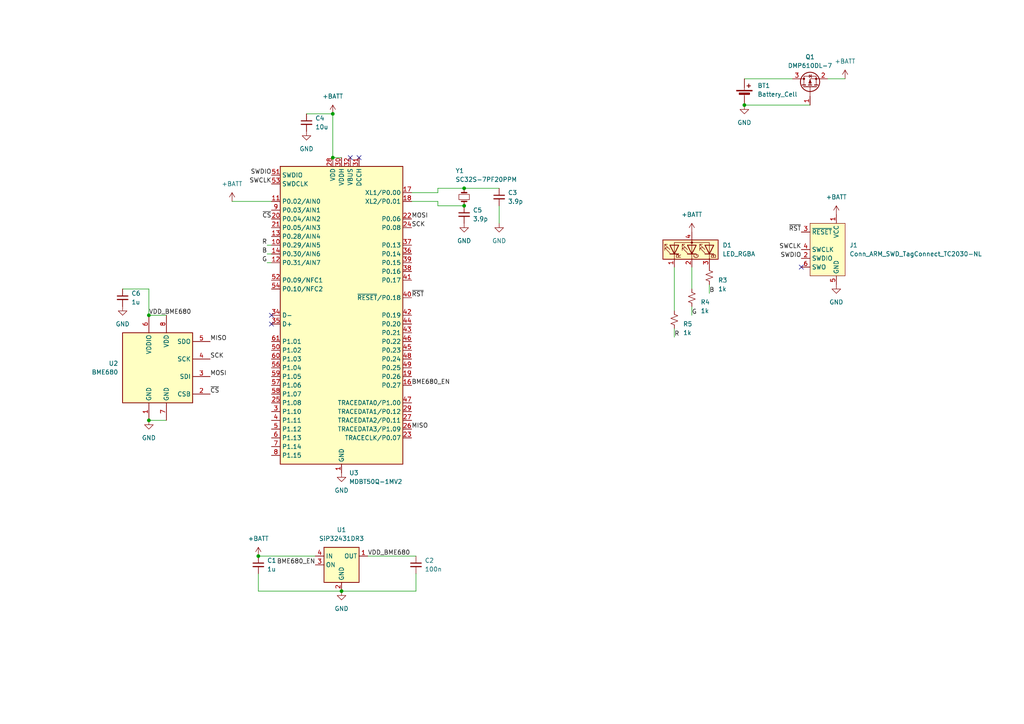
<source format=kicad_sch>
(kicad_sch (version 20230121) (generator eeschema)
  (paper "A4")
  (lib_symbols
    (symbol "Connector:Conn_ARM_SWD_TagConnect_TC2030-NL" (in_bom no)
      (property "Reference" "J" (at 2.54 11.43 0))
      (property "Value" "Conn_ARM_SWD_TagConnect_TC2030-NL" (at 2.54 8.89 0))
      (symbol "Conn_ARM_SWD_TagConnect_TC2030-NL_0_0"
        (pin power_in line (at -2.54 10.16 270) (length 2.54) (name "VCC") (number "1"))
        (pin bidirectional line (at 7.62 -2.54 180) (length 2.54) (name "SWDIO") (number "2"))
        (pin open_collector line (at 7.62 5.08 180) (length 2.54) (name "~{RESET}") (number "3"))
        (pin output line (at 7.62 0 180) (length 2.54) (name "SWCLK") (number "4"))
        (pin power_in line (at -2.54 -10.16 90) (length 2.54) (name "GND") (number "5"))
        (pin input line (at 7.62 -5.08 180) (length 2.54) (name "SWO") (number "6"))
      )
      (symbol "Conn_ARM_SWD_TagConnect_TC2030-NL_0_1"
        (rectangle (start -5.08 7.62) (end 5.08 -7.62) (fill (type background)))
      )
    )
    (symbol "Device:Battery_Cell" (pin_numbers hide) (pin_names (offset 0) hide)
      (property "Reference" "BT" (at 2.54 2.54 0))
      (property "Value" "Battery_Cell" (at 2.54 0 0))
      (symbol "Battery_Cell_0_1"
        (rectangle (start -2.286 1.778) (end 2.286 1.524) (fill (type outline)))
        (rectangle (start -1.524 1.016) (end 1.524 0.508) (fill (type outline)))
        (polyline (pts (xy 0 0.762) (xy 0 0)))
        (polyline (pts (xy 0 1.778) (xy 0 2.54)))
        (polyline (pts (xy 0.762 3.048) (xy 1.778 3.048)) (stroke (width 0.254)))
        (polyline (pts (xy 1.27 3.556) (xy 1.27 2.54)) (stroke (width 0.254)))
      )
      (symbol "Battery_Cell_1_1"
        (pin passive line (at 0 5.08 270) (length 2.54) (name "+") (number "1"))
        (pin passive line (at 0 -2.54 90) (length 2.54) (name "-") (number "2"))
      )
    )
    (symbol "Device:C_Small" (pin_numbers hide) (pin_names (offset 0.254) hide)
      (property "Reference" "C" (at 0.254 1.778 0))
      (property "Value" "C_Small" (at 0.254 -2.032 0))
      (symbol "C_Small_0_1"
        (polyline (pts (xy -1.524 -0.508) (xy 1.524 -0.508)) (stroke (width 0.3302)))
        (polyline (pts (xy -1.524 0.508) (xy 1.524 0.508)) (stroke (width 0.3048)))
      )
      (symbol "C_Small_1_1"
        (pin passive line (at 0 2.54 270) (length 2.032) (name "~") (number "1"))
        (pin passive line (at 0 -2.54 90) (length 2.032) (name "~") (number "2"))
      )
    )
    (symbol "Device:Crystal_Small" (pin_numbers hide) (pin_names (offset 1.016) hide)
      (property "Reference" "Y" (at 0 2.54 0))
      (property "Value" "Crystal_Small" (at 0 -2.54 0))
      (symbol "Crystal_Small_0_1"
        (rectangle (start -0.762 -1.524) (end 0.762 1.524))
        (polyline (pts (xy -1.27 -0.762) (xy -1.27 0.762)) (stroke (width 0.381)))
        (polyline (pts (xy 1.27 -0.762) (xy 1.27 0.762)) (stroke (width 0.381)))
      )
      (symbol "Crystal_Small_1_1"
        (pin passive line (at -2.54 0 0) (length 1.27) (name "1") (number "1"))
        (pin passive line (at 2.54 0 180) (length 1.27) (name "2") (number "2"))
      )
    )
    (symbol "Device:LED_RGBA" (pin_names (offset 0) hide)
      (property "Reference" "D" (at 0 9.398 0))
      (property "Value" "LED_RGBA" (at 0 -8.89 0))
      (symbol "LED_RGBA_0_0"
        (text "B" (at -1.905 -6.35 0) (effects (font (size 1.27 1.27))))
        (text "G" (at -1.905 -1.27 0) (effects (font (size 1.27 1.27))))
        (text "R" (at -1.905 3.81 0) (effects (font (size 1.27 1.27))))
      )
      (symbol "LED_RGBA_0_1"
        (polyline (pts (xy -1.27 -5.08) (xy -2.54 -5.08)))
        (polyline (pts (xy -1.27 -5.08) (xy 1.27 -5.08)))
        (polyline (pts (xy -1.27 -3.81) (xy -1.27 -6.35)) (stroke (width 0.254)))
        (polyline (pts (xy -1.27 0) (xy -2.54 0)))
        (polyline (pts (xy -1.27 1.27) (xy -1.27 -1.27)) (stroke (width 0.254)))
        (polyline (pts (xy -1.27 5.08) (xy -2.54 5.08)))
        (polyline (pts (xy -1.27 5.08) (xy 1.27 5.08)))
        (polyline (pts (xy -1.27 6.35) (xy -1.27 3.81)) (stroke (width 0.254)))
        (polyline (pts (xy 1.27 0) (xy -1.27 0)))
        (polyline (pts (xy 1.27 0) (xy 2.54 0)))
        (polyline (pts (xy -1.27 1.27) (xy -1.27 -1.27) (xy -1.27 -1.27)))
        (polyline (pts (xy -1.27 6.35) (xy -1.27 3.81) (xy -1.27 3.81)))
        (polyline (pts (xy 1.27 -5.08) (xy 2.032 -5.08) (xy 2.032 5.08) (xy 1.27 5.08)))
        (polyline (pts (xy 1.27 -3.81) (xy 1.27 -6.35) (xy -1.27 -5.08) (xy 1.27 -3.81)) (stroke (width 0.254)))
        (polyline (pts (xy 1.27 1.27) (xy 1.27 -1.27) (xy -1.27 0) (xy 1.27 1.27)) (stroke (width 0.254)))
        (polyline (pts (xy 1.27 6.35) (xy 1.27 3.81) (xy -1.27 5.08) (xy 1.27 6.35)) (stroke (width 0.254)))
        (polyline (pts (xy -1.016 -3.81) (xy 0.508 -2.286) (xy -0.254 -2.286) (xy 0.508 -2.286) (xy 0.508 -3.048)))
        (polyline (pts (xy -1.016 1.27) (xy 0.508 2.794) (xy -0.254 2.794) (xy 0.508 2.794) (xy 0.508 2.032)))
        (polyline (pts (xy -1.016 6.35) (xy 0.508 7.874) (xy -0.254 7.874) (xy 0.508 7.874) (xy 0.508 7.112)))
        (polyline (pts (xy 0 -3.81) (xy 1.524 -2.286) (xy 0.762 -2.286) (xy 1.524 -2.286) (xy 1.524 -3.048)))
        (polyline (pts (xy 0 1.27) (xy 1.524 2.794) (xy 0.762 2.794) (xy 1.524 2.794) (xy 1.524 2.032)))
        (polyline (pts (xy 0 6.35) (xy 1.524 7.874) (xy 0.762 7.874) (xy 1.524 7.874) (xy 1.524 7.112)))
        (rectangle (start 1.27 -1.27) (end 1.27 1.27))
        (rectangle (start 1.27 1.27) (end 1.27 1.27))
        (rectangle (start 1.27 3.81) (end 1.27 6.35))
        (rectangle (start 1.27 6.35) (end 1.27 6.35))
        (circle (center 2.032 0) (radius 0.254) (fill (type outline)))
        (rectangle (start 2.794 8.382) (end -2.794 -7.62) (stroke (width 0.254)) (fill (type background)))
      )
      (symbol "LED_RGBA_1_1"
        (pin passive line (at -5.08 5.08 0) (length 2.54) (name "RK") (number "1"))
        (pin passive line (at -5.08 0 0) (length 2.54) (name "GK") (number "2"))
        (pin passive line (at -5.08 -5.08 0) (length 2.54) (name "BK") (number "3"))
        (pin passive line (at 5.08 0 180) (length 2.54) (name "A") (number "4"))
      )
    )
    (symbol "Device:Q_PMOS_GSD" (pin_names (offset 0) hide)
      (property "Reference" "Q" (at 5.08 1.27 0))
      (property "Value" "Q_PMOS_GSD" (at 5.08 -1.27 0))
      (symbol "Q_PMOS_GSD_0_1"
        (polyline (pts (xy 0.254 0) (xy -2.54 0)))
        (polyline (pts (xy 0.254 1.905) (xy 0.254 -1.905)) (stroke (width 0.254)))
        (polyline (pts (xy 0.762 -1.27) (xy 0.762 -2.286)) (stroke (width 0.254)))
        (polyline (pts (xy 0.762 0.508) (xy 0.762 -0.508)) (stroke (width 0.254)))
        (polyline (pts (xy 0.762 2.286) (xy 0.762 1.27)) (stroke (width 0.254)))
        (polyline (pts (xy 2.54 2.54) (xy 2.54 1.778)))
        (polyline (pts (xy 2.54 -2.54) (xy 2.54 0) (xy 0.762 0)))
        (polyline (pts (xy 0.762 1.778) (xy 3.302 1.778) (xy 3.302 -1.778) (xy 0.762 -1.778)))
        (polyline (pts (xy 2.286 0) (xy 1.27 0.381) (xy 1.27 -0.381) (xy 2.286 0)) (fill (type outline)))
        (polyline (pts (xy 2.794 -0.508) (xy 2.921 -0.381) (xy 3.683 -0.381) (xy 3.81 -0.254)))
        (polyline (pts (xy 3.302 -0.381) (xy 2.921 0.254) (xy 3.683 0.254) (xy 3.302 -0.381)))
        (circle (center 1.651 0) (radius 2.794) (stroke (width 0.254)))
        (circle (center 2.54 -1.778) (radius 0.254) (fill (type outline)))
        (circle (center 2.54 1.778) (radius 0.254) (fill (type outline)))
      )
      (symbol "Q_PMOS_GSD_1_1"
        (pin input line (at -5.08 0 0) (length 2.54) (name "G") (number "1"))
        (pin passive line (at 2.54 -5.08 90) (length 2.54) (name "S") (number "2"))
        (pin passive line (at 2.54 5.08 270) (length 2.54) (name "D") (number "3"))
      )
    )
    (symbol "Device:R_Small_US" (pin_numbers hide) (pin_names (offset 0.254) hide)
      (property "Reference" "R" (at 0.762 0.508 0))
      (property "Value" "R_Small_US" (at 0.762 -1.016 0))
      (symbol "R_Small_US_1_1"
        (polyline (pts (xy 0 0) (xy 1.016 -0.381) (xy 0 -0.762) (xy -1.016 -1.143) (xy 0 -1.524)))
        (polyline (pts (xy 0 1.524) (xy 1.016 1.143) (xy 0 0.762) (xy -1.016 0.381) (xy 0 0)))
        (pin passive line (at 0 2.54 270) (length 1.016) (name "~") (number "1"))
        (pin passive line (at 0 -2.54 90) (length 1.016) (name "~") (number "2"))
      )
    )
    (symbol "Power_Management:SiP32431DR3"
      (property "Reference" "U" (at 0 8.89 0))
      (property "Value" "SiP32431DR3" (at 0 6.35 0))
      (symbol "SiP32431DR3_0_1"
        (rectangle (start -5.08 5.08) (end 5.08 -5.08) (stroke (width 0.254)) (fill (type background)))
      )
      (symbol "SiP32431DR3_1_1"
        (pin passive line (at 7.62 2.54 180) (length 2.54) (name "OUT") (number "1"))
        (pin power_in line (at 0 -7.62 90) (length 2.54) (name "GND") (number "2"))
        (pin input line (at -7.62 0 0) (length 2.54) (name "ON") (number "3"))
        (pin passive line (at -7.62 2.54 0) (length 2.54) (name "IN") (number "4"))
        (pin passive line (at 0 -7.62 90) (length 2.54) hide (name "GND") (number "5"))
        (pin no_connect line (at 5.08 0 180) (length 2.54) hide (name "NC") (number "6"))
      )
    )
    (symbol "RF_Module:MDBT50Q-1MV2"
      (property "Reference" "U" (at 0 0 0))
      (property "Value" "MDBT50Q-1MV2" (at 0 -2.54 0))
      (symbol "MDBT50Q-1MV2_0_1"
        (rectangle (start -17.78 43.18) (end 17.78 -43.18) (stroke (width 0.254)) (fill (type background)))
      )
      (symbol "MDBT50Q-1MV2_1_1"
        (pin power_in line (at 0 -45.72 90) (length 2.54) (name "GND") (number "1"))
        (pin bidirectional line (at -20.32 20.32 0) (length 2.54) (name "P0.29/AIN5") (number "10"))
        (pin bidirectional line (at -20.32 33.02 0) (length 2.54) (name "P0.02/AIN0") (number "11"))
        (pin bidirectional line (at -20.32 15.24 0) (length 2.54) (name "P0.31/AIN7") (number "12"))
        (pin bidirectional line (at -20.32 22.86 0) (length 2.54) (name "P0.28/AIN4") (number "13"))
        (pin bidirectional line (at -20.32 17.78 0) (length 2.54) (name "P0.30/AIN6") (number "14"))
        (pin passive line (at 0 -45.72 90) (length 2.54) hide (name "GND") (number "15"))
        (pin bidirectional line (at 20.32 -20.32 180) (length 2.54) (name "P0.27") (number "16"))
        (pin bidirectional line (at 20.32 35.56 180) (length 2.54) (name "XL1/P0.00") (number "17"))
        (pin bidirectional line (at 20.32 33.02 180) (length 2.54) (name "XL2/P0.01") (number "18"))
        (pin bidirectional line (at 20.32 -17.78 180) (length 2.54) (name "P0.26") (number "19"))
        (pin passive line (at 0 -45.72 90) (length 2.54) hide (name "GND") (number "2"))
        (pin bidirectional line (at -20.32 27.94 0) (length 2.54) (name "P0.04/AIN2") (number "20"))
        (pin bidirectional line (at -20.32 25.4 0) (length 2.54) (name "P0.05/AIN3") (number "21"))
        (pin bidirectional line (at 20.32 27.94 180) (length 2.54) (name "P0.06") (number "22"))
        (pin bidirectional line (at 20.32 -35.56 180) (length 2.54) (name "TRACECLK/P0.07") (number "23"))
        (pin bidirectional line (at 20.32 25.4 180) (length 2.54) (name "P0.08") (number "24"))
        (pin bidirectional line (at -20.32 -25.4 0) (length 2.54) (name "P1.08") (number "25"))
        (pin bidirectional line (at 20.32 -33.02 180) (length 2.54) (name "TRACEDATA3/P1.09") (number "26"))
        (pin bidirectional line (at 20.32 -30.48 180) (length 2.54) (name "TRACEDATA2/P0.11") (number "27"))
        (pin power_in line (at -2.54 45.72 270) (length 2.54) (name "VDD") (number "28"))
        (pin bidirectional line (at 20.32 -27.94 180) (length 2.54) (name "TRACEDATA1/P0.12") (number "29"))
        (pin bidirectional line (at -20.32 -27.94 0) (length 2.54) (name "P1.10") (number "3"))
        (pin power_in line (at 0 45.72 270) (length 2.54) (name "VDDH") (number "30"))
        (pin power_out line (at 5.08 45.72 270) (length 2.54) (name "DCCH") (number "31"))
        (pin power_in line (at 2.54 45.72 270) (length 2.54) (name "VBUS") (number "32"))
        (pin passive line (at 0 -45.72 90) (length 2.54) hide (name "GND") (number "33"))
        (pin bidirectional line (at -20.32 0 0) (length 2.54) (name "D-") (number "34"))
        (pin bidirectional line (at -20.32 -2.54 0) (length 2.54) (name "D+") (number "35"))
        (pin bidirectional line (at 20.32 17.78 180) (length 2.54) (name "P0.14") (number "36"))
        (pin bidirectional line (at 20.32 20.32 180) (length 2.54) (name "P0.13") (number "37"))
        (pin bidirectional line (at 20.32 12.7 180) (length 2.54) (name "P0.16") (number "38"))
        (pin bidirectional line (at 20.32 15.24 180) (length 2.54) (name "P0.15") (number "39"))
        (pin bidirectional line (at -20.32 -30.48 0) (length 2.54) (name "P1.11") (number "4"))
        (pin bidirectional line (at 20.32 5.08 180) (length 2.54) (name "~{RESET}/P0.18") (number "40"))
        (pin bidirectional line (at 20.32 10.16 180) (length 2.54) (name "P0.17") (number "41"))
        (pin bidirectional line (at 20.32 0 180) (length 2.54) (name "P0.19") (number "42"))
        (pin bidirectional line (at 20.32 -5.08 180) (length 2.54) (name "P0.21") (number "43"))
        (pin bidirectional line (at 20.32 -2.54 180) (length 2.54) (name "P0.20") (number "44"))
        (pin bidirectional line (at 20.32 -10.16 180) (length 2.54) (name "P0.23") (number "45"))
        (pin bidirectional line (at 20.32 -7.62 180) (length 2.54) (name "P0.22") (number "46"))
        (pin bidirectional line (at 20.32 -25.4 180) (length 2.54) (name "TRACEDATA0/P1.00") (number "47"))
        (pin bidirectional line (at 20.32 -12.7 180) (length 2.54) (name "P0.24") (number "48"))
        (pin bidirectional line (at 20.32 -15.24 180) (length 2.54) (name "P0.25") (number "49"))
        (pin bidirectional line (at -20.32 -33.02 0) (length 2.54) (name "P1.12") (number "5"))
        (pin bidirectional line (at -20.32 -10.16 0) (length 2.54) (name "P1.02") (number "50"))
        (pin bidirectional line (at -20.32 40.64 0) (length 2.54) (name "SWDIO") (number "51"))
        (pin bidirectional line (at -20.32 10.16 0) (length 2.54) (name "P0.09/NFC1") (number "52"))
        (pin input line (at -20.32 38.1 0) (length 2.54) (name "SWDCLK") (number "53"))
        (pin bidirectional line (at -20.32 7.62 0) (length 2.54) (name "P0.10/NFC2") (number "54"))
        (pin passive line (at 0 -45.72 90) (length 2.54) hide (name "GND") (number "55"))
        (pin bidirectional line (at -20.32 -15.24 0) (length 2.54) (name "P1.04") (number "56"))
        (pin bidirectional line (at -20.32 -20.32 0) (length 2.54) (name "P1.06") (number "57"))
        (pin bidirectional line (at -20.32 -22.86 0) (length 2.54) (name "P1.07") (number "58"))
        (pin bidirectional line (at -20.32 -17.78 0) (length 2.54) (name "P1.05") (number "59"))
        (pin bidirectional line (at -20.32 -35.56 0) (length 2.54) (name "P1.13") (number "6"))
        (pin bidirectional line (at -20.32 -12.7 0) (length 2.54) (name "P1.03") (number "60"))
        (pin bidirectional line (at -20.32 -7.62 0) (length 2.54) (name "P1.01") (number "61"))
        (pin bidirectional line (at -20.32 -38.1 0) (length 2.54) (name "P1.14") (number "7"))
        (pin bidirectional line (at -20.32 -40.64 0) (length 2.54) (name "P1.15") (number "8"))
        (pin bidirectional line (at -20.32 30.48 0) (length 2.54) (name "P0.03/AIN1") (number "9"))
      )
    )
    (symbol "Sensor:BME680"
      (property "Reference" "U" (at -8.89 11.43 0))
      (property "Value" "BME680" (at 7.62 11.43 0))
      (symbol "BME680_0_1"
        (rectangle (start -10.16 10.16) (end 10.16 -10.16) (stroke (width 0.254)) (fill (type background)))
      )
      (symbol "BME680_1_1"
        (pin power_in line (at -2.54 -15.24 90) (length 5.08) (name "GND") (number "1"))
        (pin input line (at 15.24 -7.62 180) (length 5.08) (name "CSB") (number "2"))
        (pin bidirectional line (at 15.24 -2.54 180) (length 5.08) (name "SDI") (number "3"))
        (pin input line (at 15.24 2.54 180) (length 5.08) (name "SCK") (number "4"))
        (pin bidirectional line (at 15.24 7.62 180) (length 5.08) (name "SDO") (number "5"))
        (pin power_in line (at -2.54 15.24 270) (length 5.08) (name "VDDIO") (number "6"))
        (pin power_in line (at 2.54 -15.24 90) (length 5.08) (name "GND") (number "7"))
        (pin power_in line (at 2.54 15.24 270) (length 5.08) (name "VDD") (number "8"))
      )
    )
    (symbol "power:+BATT" (power) (pin_names (offset 0))
      (property "Value" "+BATT" (at 0 3.556 0))
      (symbol "+BATT_0_1"
        (polyline (pts (xy -0.762 1.27) (xy 0 2.54)))
        (polyline (pts (xy 0 0) (xy 0 2.54)))
        (polyline (pts (xy 0 2.54) (xy 0.762 1.27)))
      )
      (symbol "+BATT_1_1"
        (pin power_in line (at 0 0 90) (length 0) hide (name "+BATT") (number "1"))
      )
    )
    (symbol "power:GND" (power) (pin_names (offset 0))
      (property "Value" "GND" (at 0 -3.81 0))
      (symbol "GND_0_1"
        (polyline (pts (xy 0 0) (xy 0 -1.27) (xy 1.27 -1.27) (xy 0 -2.54) (xy -1.27 -1.27) (xy 0 -1.27)))
      )
      (symbol "GND_1_1"
        (pin power_in line (at 0 0 270) (length 0) hide (name "GND") (number "1"))
      )
    )
  )
  (junction (at 99.06 171.45))
  (junction (at 134.62 59.69))
  (junction (at 96.52 33.02))
  (junction (at 74.93 161.29))
  (junction (at 43.18 121.92))
  (junction (at 43.18 91.44))
  (junction (at 134.62 54.61))
  (junction (at 215.9 30.48))
  (junction (at 96.52 45.72))
  (no_connect (at 232.41 77.47))
  (no_connect (at 101.6 45.72))
  (no_connect (at 104.14 45.72))
  (no_connect (at 78.74 91.44))
  (no_connect (at 78.74 93.98))
  (wire (pts (xy 67.31 58.42) (xy 78.74 58.42)))
  (wire (pts (xy 119.38 55.88) (xy 127 55.88)))
  (wire (pts (xy 106.68 161.29) (xy 120.65 161.29)))
  (wire (pts (xy 35.56 83.82) (xy 43.18 83.82)))
  (wire (pts (xy 74.93 166.37) (xy 74.93 171.45)))
  (wire (pts (xy 134.62 54.61) (xy 144.78 54.61)))
  (wire (pts (xy 120.65 171.45) (xy 120.65 166.37)))
  (wire (pts (xy 245.11 22.86) (xy 240.03 22.86)))
  (wire (pts (xy 195.58 90.17) (xy 195.58 77.47)))
  (wire (pts (xy 205.74 85.09) (xy 205.74 82.55)))
  (wire (pts (xy 96.52 45.72) (xy 99.06 45.72)))
  (wire (pts (xy 134.62 59.69) (xy 127 59.69)))
  (wire (pts (xy 77.47 73.66) (xy 78.74 73.66)))
  (wire (pts (xy 127 58.42) (xy 119.38 58.42)))
  (wire (pts (xy 99.06 171.45) (xy 120.65 171.45)))
  (wire (pts (xy 127 54.61) (xy 134.62 54.61)))
  (wire (pts (xy 234.95 30.48) (xy 215.9 30.48)))
  (wire (pts (xy 88.9 33.02) (xy 96.52 33.02)))
  (wire (pts (xy 77.47 76.2) (xy 78.74 76.2)))
  (wire (pts (xy 74.93 171.45) (xy 99.06 171.45)))
  (wire (pts (xy 74.93 161.29) (xy 91.44 161.29)))
  (wire (pts (xy 43.18 83.82) (xy 43.18 91.44)))
  (wire (pts (xy 215.9 22.86) (xy 229.87 22.86)))
  (wire (pts (xy 43.18 121.92) (xy 48.26 121.92)))
  (wire (pts (xy 127 58.42) (xy 127 59.69)))
  (wire (pts (xy 200.66 91.44) (xy 200.66 88.9)))
  (wire (pts (xy 127 54.61) (xy 127 55.88)))
  (wire (pts (xy 200.66 83.82) (xy 200.66 77.47)))
  (wire (pts (xy 96.52 33.02) (xy 96.52 45.72)))
  (wire (pts (xy 144.78 64.77) (xy 144.78 59.69)))
  (wire (pts (xy 195.58 97.79) (xy 195.58 95.25)))
  (wire (pts (xy 77.47 71.12) (xy 78.74 71.12)))
  (wire (pts (xy 43.18 91.44) (xy 48.26 91.44)))
  (label "R" (at 195.58 97.79 0))
  (label "B" (at 205.74 85.09 0))
  (label "~{RST}" (at 232.41 67.31 180))
  (label "BME680_EN" (at 119.38 111.76 0))
  (label "SCK" (at 119.38 66.04 0))
  (label "SCK" (at 60.96 104.14 0))
  (label "SWDIO" (at 232.41 74.93 180))
  (label "MOSI" (at 119.38 63.5 0))
  (label "MISO" (at 119.38 124.46 0))
  (label "G" (at 77.47 76.2 180))
  (label "SWCLK" (at 232.41 72.39 180))
  (label "MOSI" (at 60.96 109.22 0))
  (label "SWCLK" (at 78.74 53.34 180))
  (label "~{CS}" (at 78.74 63.5 180))
  (label "SWDIO" (at 78.74 50.8 180))
  (label "~{RST}" (at 119.38 86.36 0))
  (label "MISO" (at 60.96 99.06 0))
  (label "G" (at 200.66 91.44 0))
  (label "BME680_EN" (at 91.44 163.83 180))
  (label "VDD_BME680" (at 43.18 91.44 0))
  (label "R" (at 77.47 71.12 180))
  (label "B" (at 77.47 73.66 180))
  (label "VDD_BME680" (at 106.68 161.29 0))
  (label "~{CS}" (at 60.96 114.3 0))
  (symbol (lib_id "power:GND") (at 35.56 88.9 0) (unit 1)
    (property "Reference" "#PWR011" (effects hide))
    (property "Value" "GND" (at 35.56 93.98 0))
  )
  (symbol (lib_id "power:+BATT") (at 74.93 161.29 0) (unit 1)
    (property "Reference" "#PWR013" (effects hide))
    (property "Value" "+BATT" (at 74.93 156.21 0))
  )
  (symbol (lib_id "power:GND") (at 215.9 30.48 0) (unit 1)
    (property "Reference" "#PWR04" (effects hide))
    (property "Value" "GND" (at 215.9 35.56 0))
  )
  (symbol (lib_id "power:GND") (at 88.9 38.1 0) (unit 1)
    (property "Reference" "#PWR010" (effects hide))
    (property "Value" "GND" (at 88.9 43.18 0))
  )
  (symbol (lib_id "power:+BATT") (at 242.57 62.23 0) (unit 1)
    (property "Reference" "#PWR012" (effects hide))
    (property "Value" "+BATT" (at 242.57 57.15 0))
  )
  (symbol (lib_id "power:+BATT") (at 96.52 33.02 0) (unit 1)
    (property "Reference" "#PWR09" (effects hide))
    (property "Value" "+BATT" (at 96.52 27.94 0))
  )
  (symbol (lib_id "Power_Management:SiP32431DR3") (at 99.06 163.83 0) (unit 1)
    (property "Reference" "U1" (at 99.06 153.67 0))
    (property "Value" "SiP32431DR3" (at 99.06 156.21 0))
    (property "Footprint" "Package_TO_SOT_SMD:SOT-363_SC-70-6" (effects hide))
    (property "Datasheet" "http://www.vishay.com.hk/docs/66597/sip32431.pdf" (effects hide))
  )
  (symbol (lib_id "Device:R_Small_US") (at 195.58 92.71 0) (unit 1)
    (property "Reference" "R5" (at 198.12 93.98 0) (effects (justify left)))
    (property "Value" "1k" (at 198.12 96.52 0) (effects (justify left)))
    (property "Footprint" "Resistor_SMD:R_0805_2012Metric" (effects hide))
    (property "MPN" "ERJ-6GEYJ102V" (effects hide))
  )
  (symbol (lib_id "Device:C_Small") (at 35.56 86.36 0) (unit 1)
    (property "Reference" "C6" (at 38.1 85.0963 0) (effects (justify left)))
    (property "Value" "1u" (at 38.1 87.6363 0) (effects (justify left)))
    (property "Footprint" "Capacitor_SMD:C_0402_1005Metric" (effects hide))
    (property "MPN" "GRM153C80G105ME15D" (effects hide))
  )
  (symbol (lib_id "Device:C_Small") (at 120.65 163.83 0) (unit 1)
    (property "Reference" "C2" (at 123.19 162.5663 0) (effects (justify left)))
    (property "Value" "100n" (at 123.19 165.1063 0) (effects (justify left)))
    (property "Footprint" "Capacitor_SMD:C_0402_1005Metric" (effects hide))
    (property "MPN" "CL05B104KA5NNNC" (effects hide))
  )
  (symbol (lib_id "RF_Module:MDBT50Q-1MV2") (at 99.06 91.44 0) (unit 1)
    (property "Reference" "U3" (at 101.2541 137.16 0) (effects (justify left)))
    (property "Value" "MDBT50Q-1MV2" (at 101.2541 139.7 0) (effects (justify left)))
    (property "Footprint" "RF_Module:Raytac_MDBT50Q" (effects hide))
    (property "Datasheet" "https://www.raytac.com/download/index.php?index_id=43" (effects hide))
  )
  (symbol (lib_id "Device:Crystal_Small") (at 134.62 57.15 90) (unit 1)
    (property "Reference" "Y1" (at 132.08 49.53 90) (effects (justify right)))
    (property "Value" "SC32S-7PF20PPM" (at 132.08 52.07 90) (effects (justify right)))
    (property "Footprint" "Crystal:Crystal_SMD_3215-2Pin_3.2x1.5mm" (effects hide))
    (property "MPN" "SC32S-7PF20PPM" (effects hide))
  )
  (symbol (lib_id "Device:R_Small_US") (at 200.66 86.36 0) (unit 1)
    (property "Reference" "R4" (at 203.2 87.63 0) (effects (justify left)))
    (property "Value" "1k" (at 203.2 90.17 0) (effects (justify left)))
    (property "Footprint" "Resistor_SMD:R_0805_2012Metric" (effects hide))
    (property "MPN" "ERJ-6GEYJ102V" (effects hide))
  )
  (symbol (lib_id "Device:C_Small") (at 134.62 62.23 0) (unit 1)
    (property "Reference" "C5" (at 137.16 60.9663 0) (effects (justify left)))
    (property "Value" "3.9p" (at 137.16 63.5063 0) (effects (justify left)))
    (property "Footprint" "Capacitor_SMD:C_0201_0603Metric" (effects hide))
    (property "MPN" "GRT0335C1H3R9CA02D" (effects hide))
  )
  (symbol (lib_id "power:+BATT") (at 67.31 58.42 0) (unit 1)
    (property "Reference" "#PWR07" (effects hide))
    (property "Value" "+BATT" (at 67.31 53.34 0))
  )
  (symbol (lib_id "power:GND") (at 99.06 171.45 0) (unit 1)
    (property "Reference" "#PWR03" (effects hide))
    (property "Value" "GND" (at 99.06 176.53 0))
  )
  (symbol (lib_id "Device:C_Small") (at 144.78 57.15 0) (unit 1)
    (property "Reference" "C3" (at 147.32 55.8863 0) (effects (justify left)))
    (property "Value" "3.9p" (at 147.32 58.4263 0) (effects (justify left)))
    (property "Footprint" "Capacitor_SMD:C_0201_0603Metric" (effects hide))
    (property "MPN" "GRT0335C1H3R9CA02D" (effects hide))
  )
  (symbol (lib_id "Connector:Conn_ARM_SWD_TagConnect_TC2030-NL") (at 240.03 72.39 0) (mirror y) (unit 1) (in_bom no)
    (property "Reference" "J1" (at 246.38 71.12 0) (effects (justify right)))
    (property "Value" "Conn_ARM_SWD_TagConnect_TC2030-NL" (at 246.38 73.66 0) (effects (justify right)))
    (property "Footprint" "Connector:Tag-Connect_TC2030-IDC-NL_2x03_P1.27mm_Vertical" (effects hide))
    (property "Datasheet" "https://www.tag-connect.com/wp-content/uploads/bsk-pdf-manager/TC2030-CTX_1.pdf" (effects hide))
  )
  (symbol (lib_id "power:GND") (at 43.18 121.92 0) (unit 1)
    (property "Reference" "#PWR02" (effects hide))
    (property "Value" "GND" (at 43.18 127 0))
  )
  (symbol (lib_id "power:+BATT") (at 245.11 22.86 0) (unit 1)
    (property "Reference" "#PWR05" (effects hide))
    (property "Value" "+BATT" (at 245.11 17.78 0))
  )
  (symbol (lib_id "power:GND") (at 144.78 64.77 0) (unit 1)
    (property "Reference" "#PWR015" (effects hide))
    (property "Value" "GND" (at 144.78 69.85 0))
  )
  (symbol (lib_id "power:GND") (at 242.57 82.55 0) (unit 1)
    (property "Reference" "#PWR06" (effects hide))
    (property "Value" "GND" (at 242.57 87.63 0))
  )
  (symbol (lib_id "power:GND") (at 134.62 64.77 0) (unit 1)
    (property "Reference" "#PWR08" (effects hide))
    (property "Value" "GND" (at 134.62 69.85 0))
  )
  (symbol (lib_id "Device:C_Small") (at 74.93 163.83 0) (unit 1)
    (property "Reference" "C1" (at 77.47 162.5663 0) (effects (justify left)))
    (property "Value" "1u" (at 77.47 165.1063 0) (effects (justify left)))
    (property "Footprint" "Capacitor_SMD:C_0402_1005Metric" (effects hide))
    (property "MPN" "GRM153C80G105ME15D" (effects hide))
  )
  (symbol (lib_id "Sensor:BME680") (at 45.72 106.68 0) (unit 1)
    (property "Reference" "U2" (at 34.29 105.41 0) (effects (justify right)))
    (property "Value" "BME680" (at 34.29 107.95 0) (effects (justify right)))
    (property "Footprint" "Package_LGA:Bosch_LGA-8_3x3mm_P0.8mm_ClockwisePinNumbering" (effects hide))
    (property "Datasheet" "https://ae-bst.resource.bosch.com/media/_tech/media/datasheets/BST-BME680-DS001.pdf" (effects hide))
  )
  (symbol (lib_id "Device:Q_PMOS_GSD") (at 234.95 25.4 90) (unit 1)
    (property "Reference" "Q1" (at 234.95 16.51 90))
    (property "Value" "DMP610DL-7" (at 234.95 19.05 90))
    (property "Footprint" "Package_TO_SOT_SMD:SOT-23" (effects hide))
    (property "MPN" "DMP610DL-7" (effects hide))
  )
  (symbol (lib_id "power:+BATT") (at 200.66 67.31 0) (mirror y) (unit 1)
    (property "Reference" "#PWR014" (effects hide))
    (property "Value" "+BATT" (at 200.66 62.23 0))
  )
  (symbol (lib_id "Device:C_Small") (at 88.9 35.56 0) (unit 1)
    (property "Reference" "C4" (at 91.44 34.2963 0) (effects (justify left)))
    (property "Value" "10u" (at 91.44 36.8363 0) (effects (justify left)))
    (property "Footprint" "Capacitor_SMD:C_0805_2012Metric" (effects hide))
    (property "MPN" "CL21A106KOQNNNE" (effects hide))
  )
  (symbol (lib_id "power:GND") (at 99.06 137.16 0) (unit 1)
    (property "Reference" "#PWR01" (effects hide))
    (property "Value" "GND" (at 99.06 142.24 0))
  )
  (symbol (lib_id "Device:LED_RGBA") (at 200.66 72.39 90) (unit 1)
    (property "Reference" "D1" (at 209.55 71.12 90) (effects (justify right)))
    (property "Value" "LED_RGBA" (at 209.55 73.66 90) (effects (justify right)))
    (property "Footprint" "LED_SMD:LED_Lumex_SML-LX0404SIUPGUSB" (effects hide))
  )
  (symbol (lib_id "Device:R_Small_US") (at 205.74 80.01 0) (unit 1)
    (property "Reference" "R3" (at 208.28 81.28 0) (effects (justify left)))
    (property "Value" "1k" (at 208.28 83.82 0) (effects (justify left)))
    (property "Footprint" "Resistor_SMD:R_0805_2012Metric" (effects hide))
    (property "MPN" "ERJ-6GEYJ102V" (effects hide))
  )
  (symbol (lib_id "Device:Battery_Cell") (at 215.9 27.94 0) (unit 1)
    (property "Reference" "BT1" (at 219.71 24.8285 0) (effects (justify left)))
    (property "Value" "Battery_Cell" (at 219.71 27.3685 0) (effects (justify left)))
    (property "Footprint" "Battery:BatteryHolder_Multicomp_BC-2001_1x2032" (effects hide))
  )
)
</source>
